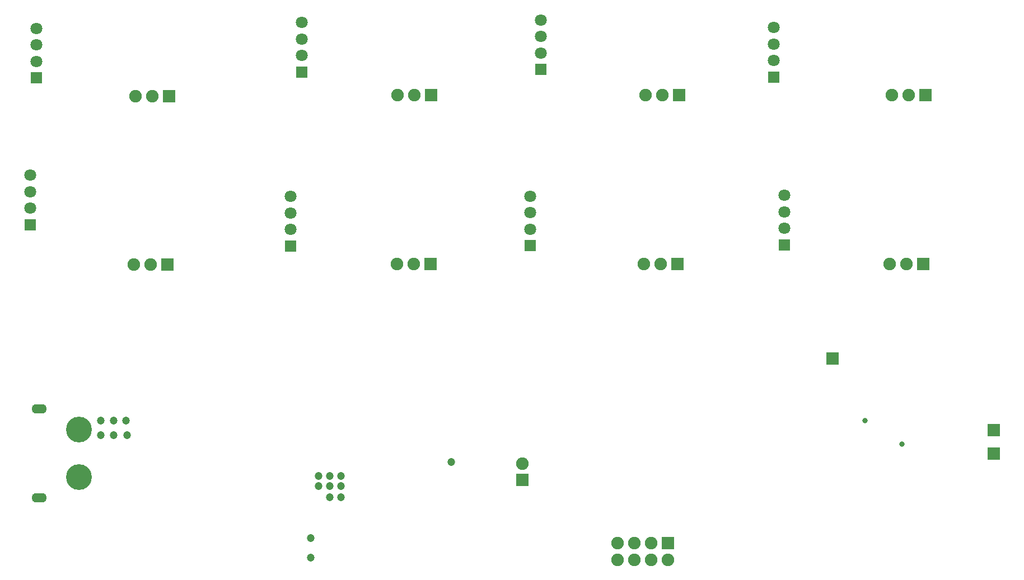
<source format=gbs>
G04 Layer_Color=16711935*
%FSLAX25Y25*%
%MOIN*%
G70*
G01*
G75*
%ADD138R,0.07480X0.07480*%
%ADD139C,0.07480*%
%ADD140C,0.07099*%
%ADD141R,0.07099X0.06800*%
%ADD142O,0.09055X0.05512*%
%ADD143C,0.15354*%
%ADD144R,0.07493X0.07493*%
%ADD145C,0.07493*%
%ADD146R,0.07493X0.07493*%
%ADD147C,0.04737*%
%ADD148C,0.03162*%
D138*
X316000Y63079D02*
D03*
D139*
Y72921D02*
D03*
D140*
X26500Y332343D02*
D03*
Y322500D02*
D03*
Y312658D02*
D03*
X184500Y316158D02*
D03*
Y326000D02*
D03*
Y335843D02*
D03*
X327000Y317658D02*
D03*
Y327500D02*
D03*
Y337343D02*
D03*
X465500Y313079D02*
D03*
Y322921D02*
D03*
Y332764D02*
D03*
X23000Y225158D02*
D03*
Y235000D02*
D03*
Y244843D02*
D03*
X178000Y212499D02*
D03*
Y222341D02*
D03*
Y232185D02*
D03*
X320500Y212579D02*
D03*
Y222421D02*
D03*
Y232264D02*
D03*
X472000Y213079D02*
D03*
Y222921D02*
D03*
Y232764D02*
D03*
D141*
X26500Y302815D02*
D03*
X184500Y306315D02*
D03*
X327000Y307815D02*
D03*
X465500Y303236D02*
D03*
X23000Y215315D02*
D03*
X178000Y202657D02*
D03*
X320500Y202736D02*
D03*
X472000Y203236D02*
D03*
D142*
X28189Y52425D02*
D03*
Y105575D02*
D03*
D143*
X51811Y64827D02*
D03*
Y93173D02*
D03*
D144*
X500500Y135500D02*
D03*
X596500Y93000D02*
D03*
D145*
X372500Y15500D02*
D03*
Y25500D02*
D03*
X382500Y15500D02*
D03*
Y25500D02*
D03*
X392500Y15500D02*
D03*
Y25500D02*
D03*
X402500Y15500D02*
D03*
X95500Y292000D02*
D03*
X85500D02*
D03*
X251717Y292366D02*
D03*
X241718D02*
D03*
X399218D02*
D03*
X389217D02*
D03*
X546067Y292464D02*
D03*
X536067D02*
D03*
X94718Y191366D02*
D03*
X84718D02*
D03*
X251218Y191866D02*
D03*
X241217D02*
D03*
X398218D02*
D03*
X388217D02*
D03*
X544718Y191925D02*
D03*
X534718D02*
D03*
D146*
X402500Y25500D02*
D03*
X105500Y292000D02*
D03*
X596500Y79000D02*
D03*
X261718Y292366D02*
D03*
X409218D02*
D03*
X556067Y292464D02*
D03*
X104718Y191366D02*
D03*
X261217Y191866D02*
D03*
X408217D02*
D03*
X554717Y191925D02*
D03*
D147*
X80500Y90000D02*
D03*
X72500D02*
D03*
X65000D02*
D03*
X80000Y98500D02*
D03*
X72500D02*
D03*
X65000D02*
D03*
X273500Y74000D02*
D03*
X208000Y53000D02*
D03*
X201250D02*
D03*
X208000Y59500D02*
D03*
X201250D02*
D03*
X194500D02*
D03*
X208000Y65500D02*
D03*
X201250D02*
D03*
X194500D02*
D03*
X190000Y17000D02*
D03*
Y28500D02*
D03*
D148*
X542000Y84500D02*
D03*
X520000Y98500D02*
D03*
M02*

</source>
